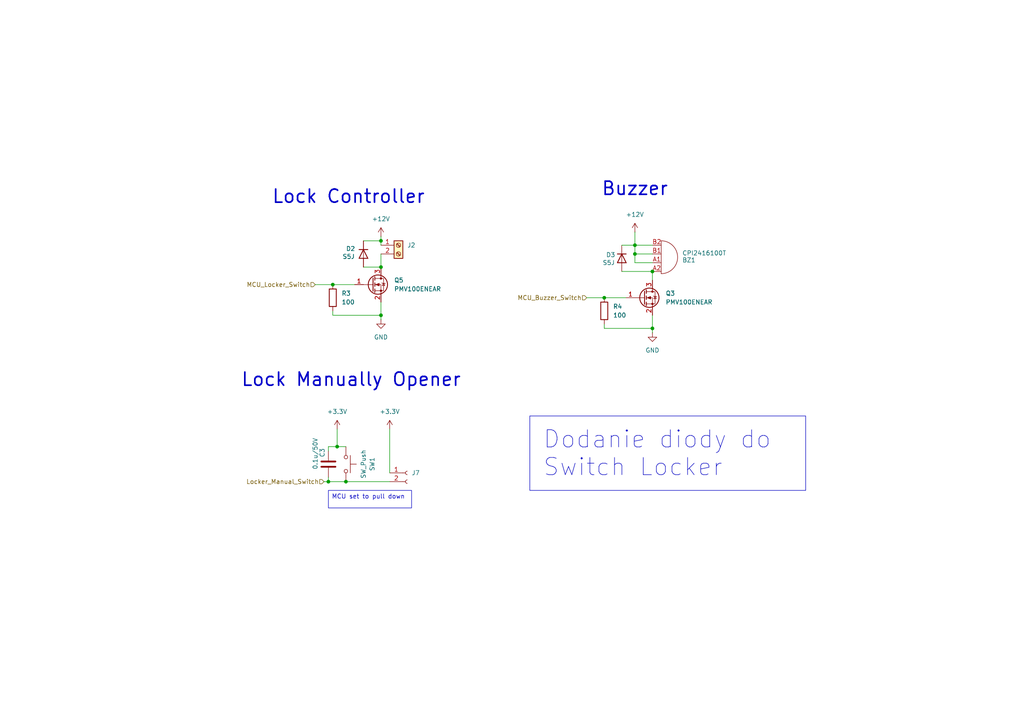
<source format=kicad_sch>
(kicad_sch (version 20231120) (generator "eeschema") (generator_version "8.0")
  (paper "A4")
  (lib_symbols
    (symbol "Connector:Conn_01x02_Socket" (pin_names (offset 1.016) hide)
      (property "Reference" "J" (at 0 2.54 0))
      (property "Value" "Conn_01x02_Socket" (at 0 -5.08 0))
      (symbol "Conn_01x02_Socket_1_1"
        (arc (start 0 -2.032) (mid -0.5058 -2.54) (end 0 -3.048) (stroke (width 0.1524)))
        (polyline (pts (xy -1.27 -2.54) (xy -0.508 -2.54)) (stroke (width 0.1524)))
        (polyline (pts (xy -1.27 0) (xy -0.508 0)) (stroke (width 0.1524)))
        (arc (start 0 0.508) (mid -0.5058 0) (end 0 -0.508) (stroke (width 0.1524)))
        (pin passive line (at -5.08 0 0) (length 3.81) (name "Pin_1") (number "1"))
        (pin passive line (at -5.08 -2.54 0) (length 3.81) (name "Pin_2") (number "2"))
      )
    )
    (symbol "Connector:Screw_Terminal_01x02" (pin_names (offset 1.016) hide)
      (property "Reference" "J" (at 0 2.54 0))
      (property "Value" "Screw_Terminal_01x02" (at 0 -5.08 0))
      (symbol "Screw_Terminal_01x02_1_1"
        (rectangle (start -1.27 1.27) (end 1.27 -3.81) (stroke (width 0.254)) (fill (type background)))
        (circle (center 0 -2.54) (radius 0.635) (stroke (width 0.1524)))
        (polyline (pts (xy -0.5334 -2.2098) (xy 0.3302 -3.048)) (stroke (width 0.1524)))
        (polyline (pts (xy -0.5334 0.3302) (xy 0.3302 -0.508)) (stroke (width 0.1524)))
        (polyline (pts (xy -0.3556 -2.032) (xy 0.508 -2.8702)) (stroke (width 0.1524)))
        (polyline (pts (xy -0.3556 0.508) (xy 0.508 -0.3302)) (stroke (width 0.1524)))
        (circle (center 0 0) (radius 0.635) (stroke (width 0.1524)))
        (pin passive line (at -5.08 0 0) (length 3.81) (name "Pin_1") (number "1"))
        (pin passive line (at -5.08 -2.54 0) (length 3.81) (name "Pin_2") (number "2"))
      )
    )
    (symbol "Device:Buzzer" (pin_names (offset 0.0254) hide)
      (property "Reference" "BZ1" (at 6.096 -0.762 0))
      (property "Value" "Buzzer" (at 6.096 -2.794 0))
      (symbol "Buzzer_0_1"
        (arc (start 0 -6.35) (mid 4.7625 -1.5875) (end 0 3.175))
        (polyline (pts (xy 0 3.175) (xy 0 -6.35)))
      )
      (symbol "Buzzer_1_0"
        (pin passive line (at -2.54 0 0) (length 2.54) (name "-_1") (number "A1"))
        (pin passive line (at -2.54 -2.54 0) (length 2.54) (name "+_1") (number "B1"))
      )
      (symbol "Buzzer_1_1"
        (pin passive line (at -2.54 2.54 0) (length 2.54) (name "-_2") (number "A2"))
        (pin passive line (at -2.54 -5.08 0) (length 2.54) (name "+_2") (number "B2"))
      )
    )
    (symbol "Device:C" (pin_numbers hide) (pin_names (offset 0.254))
      (property "Reference" "C" (at 0.635 2.54 0))
      (property "Value" "C" (at 0.635 -2.54 0))
      (symbol "C_0_1"
        (polyline (pts (xy -2.032 -0.762) (xy 2.032 -0.762)) (stroke (width 0.508)))
        (polyline (pts (xy -2.032 0.762) (xy 2.032 0.762)) (stroke (width 0.508)))
      )
      (symbol "C_1_1"
        (pin passive line (at 0 3.81 270) (length 2.794) (name "~") (number "1"))
        (pin passive line (at 0 -3.81 90) (length 2.794) (name "~") (number "2"))
      )
    )
    (symbol "Device:R" (pin_numbers hide) (pin_names (offset 0))
      (property "Reference" "R" (at 2.032 0 90))
      (property "Value" "R" (at 0 0 90))
      (symbol "R_0_1"
        (rectangle (start -1.016 -2.54) (end 1.016 2.54) (stroke (width 0.254)))
      )
      (symbol "R_1_1"
        (pin passive line (at 0 3.81 270) (length 1.27) (name "~") (number "1"))
        (pin passive line (at 0 -3.81 90) (length 1.27) (name "~") (number "2"))
      )
    )
    (symbol "Diode:STTH212S" (pin_numbers hide) (pin_names (offset 1.016) hide)
      (property "Reference" "D" (at 0 2.54 0))
      (property "Value" "STTH212S" (at 0 -2.54 0))
      (symbol "STTH212S_0_1"
        (polyline (pts (xy -1.27 1.27) (xy -1.27 -1.27)) (stroke (width 0.254)))
        (polyline (pts (xy 1.27 0) (xy -1.27 0)))
        (polyline (pts (xy 1.27 1.27) (xy 1.27 -1.27) (xy -1.27 0) (xy 1.27 1.27)) (stroke (width 0.254)))
      )
      (symbol "STTH212S_1_1"
        (pin passive line (at -3.81 0 0) (length 2.54) (name "K") (number "1"))
        (pin passive line (at 3.81 0 180) (length 2.54) (name "A") (number "2"))
      )
    )
    (symbol "GND_1" (power) (pin_numbers hide) (pin_names (offset 0) hide)
      (property "Value" "GND" (at 0 -3.81 0))
      (symbol "GND_1_0_1"
        (polyline (pts (xy 0 0) (xy 0 -1.27) (xy 1.27 -1.27) (xy 0 -2.54) (xy -1.27 -1.27) (xy 0 -1.27)))
      )
      (symbol "GND_1_1_1"
        (pin power_in line (at 0 0 270) (length 0) (name "~") (number "1"))
      )
    )
    (symbol "Switch:SW_Push" (pin_numbers hide) (pin_names (offset 1.016) hide)
      (property "Reference" "SW" (at 1.27 2.54 0))
      (property "Value" "SW_Push" (at 0 -1.524 0))
      (symbol "SW_Push_0_1"
        (circle (center -2.032 0) (radius 0.508))
        (polyline (pts (xy 0 1.27) (xy 0 3.048)))
        (polyline (pts (xy 2.54 1.27) (xy -2.54 1.27)))
        (circle (center 2.032 0) (radius 0.508))
        (pin passive line (at -5.08 0 0) (length 2.54) (name "1") (number "1"))
        (pin passive line (at 5.08 0 180) (length 2.54) (name "2") (number "2"))
      )
    )
    (symbol "Transistor_FET:2N7002" (pin_names hide)
      (property "Reference" "Q" (at 5.08 1.905 0))
      (property "Value" "2N7002" (at 5.08 0 0))
      (symbol "2N7002_0_1"
        (polyline (pts (xy 0.254 0) (xy -2.54 0)))
        (polyline (pts (xy 0.254 1.905) (xy 0.254 -1.905)) (stroke (width 0.254)))
        (polyline (pts (xy 0.762 -1.27) (xy 0.762 -2.286)) (stroke (width 0.254)))
        (polyline (pts (xy 0.762 0.508) (xy 0.762 -0.508)) (stroke (width 0.254)))
        (polyline (pts (xy 0.762 2.286) (xy 0.762 1.27)) (stroke (width 0.254)))
        (polyline (pts (xy 2.54 2.54) (xy 2.54 1.778)))
        (polyline (pts (xy 2.54 -2.54) (xy 2.54 0) (xy 0.762 0)))
        (polyline (pts (xy 0.762 -1.778) (xy 3.302 -1.778) (xy 3.302 1.778) (xy 0.762 1.778)))
        (polyline (pts (xy 1.016 0) (xy 2.032 0.381) (xy 2.032 -0.381) (xy 1.016 0)) (fill (type outline)))
        (polyline (pts (xy 2.794 0.508) (xy 2.921 0.381) (xy 3.683 0.381) (xy 3.81 0.254)))
        (polyline (pts (xy 3.302 0.381) (xy 2.921 -0.254) (xy 3.683 -0.254) (xy 3.302 0.381)))
        (circle (center 1.651 0) (radius 2.794) (stroke (width 0.254)))
        (circle (center 2.54 -1.778) (radius 0.254) (fill (type outline)))
        (circle (center 2.54 1.778) (radius 0.254) (fill (type outline)))
      )
      (symbol "2N7002_1_1"
        (pin input line (at -5.08 0 0) (length 2.54) (name "G") (number "1"))
        (pin passive line (at 2.54 -5.08 90) (length 2.54) (name "S") (number "2"))
        (pin passive line (at 2.54 5.08 270) (length 2.54) (name "D") (number "3"))
      )
    )
    (symbol "power:+12V" (power) (pin_numbers hide) (pin_names (offset 0) hide)
      (property "Value" "+12V" (at 0 3.556 0))
      (symbol "+12V_0_1"
        (polyline (pts (xy -0.762 1.27) (xy 0 2.54)))
        (polyline (pts (xy 0 0) (xy 0 2.54)))
        (polyline (pts (xy 0 2.54) (xy 0.762 1.27)))
      )
      (symbol "+12V_1_1"
        (pin power_in line (at 0 0 90) (length 0) (name "~") (number "1"))
      )
    )
    (symbol "power:+3.3V" (power) (pin_names (offset 0))
      (property "Value" "+3.3V" (at 0 3.556 0))
      (symbol "+3.3V_0_1"
        (polyline (pts (xy -0.762 1.27) (xy 0 2.54)))
        (polyline (pts (xy 0 0) (xy 0 2.54)))
        (polyline (pts (xy 0 2.54) (xy 0.762 1.27)))
      )
      (symbol "+3.3V_1_1"
        (pin power_in line (at 0 0 90) (length 0) hide (name "+3.3V") (number "1"))
      )
    )
  )
  (junction (at 97.79 129.54))
  (junction (at 189.23 95.25))
  (junction (at 110.49 69.85))
  (junction (at 175.26 86.36))
  (junction (at 110.49 91.44))
  (junction (at 184.15 73.66))
  (junction (at 184.15 71.12))
  (junction (at 110.49 77.47))
  (junction (at 100.33 139.7))
  (junction (at 95.25 139.7))
  (junction (at 189.23 78.74))
  (junction (at 96.52 82.55))
  (wire (pts (xy 184.15 76.2) (xy 184.15 73.66)))
  (wire (pts (xy 93.98 139.7) (xy 95.25 139.7)))
  (wire (pts (xy 189.23 78.74) (xy 189.23 81.28)))
  (wire (pts (xy 95.25 138.43) (xy 95.25 139.7)))
  (wire (pts (xy 97.79 129.54) (xy 95.25 129.54)))
  (wire (pts (xy 175.26 86.36) (xy 181.61 86.36)))
  (wire (pts (xy 100.33 129.54) (xy 97.79 129.54)))
  (wire (pts (xy 110.49 73.66) (xy 110.49 77.47)))
  (wire (pts (xy 110.49 87.63) (xy 110.49 91.44)))
  (wire (pts (xy 95.25 130.81) (xy 95.25 129.54)))
  (wire (pts (xy 96.52 82.55) (xy 102.87 82.55)))
  (wire (pts (xy 189.23 95.25) (xy 189.23 96.52)))
  (wire (pts (xy 100.33 139.7) (xy 113.03 139.7)))
  (wire (pts (xy 180.34 78.74) (xy 189.23 78.74)))
  (wire (pts (xy 189.23 76.2) (xy 184.15 76.2)))
  (wire (pts (xy 97.79 124.46) (xy 97.79 129.54)))
  (wire (pts (xy 105.41 77.47) (xy 110.49 77.47)))
  (wire (pts (xy 96.52 91.44) (xy 110.49 91.44)))
  (wire (pts (xy 184.15 71.12) (xy 189.23 71.12)))
  (wire (pts (xy 184.15 67.31) (xy 184.15 71.12)))
  (wire (pts (xy 175.26 95.25) (xy 189.23 95.25)))
  (wire (pts (xy 110.49 91.44) (xy 110.49 92.71)))
  (wire (pts (xy 96.52 90.17) (xy 96.52 91.44)))
  (wire (pts (xy 189.23 91.44) (xy 189.23 95.25)))
  (wire (pts (xy 184.15 73.66) (xy 184.15 71.12)))
  (wire (pts (xy 110.49 68.58) (xy 110.49 69.85)))
  (wire (pts (xy 180.34 71.12) (xy 184.15 71.12)))
  (wire (pts (xy 105.41 69.85) (xy 110.49 69.85)))
  (wire (pts (xy 91.44 82.55) (xy 96.52 82.55)))
  (wire (pts (xy 170.18 86.36) (xy 175.26 86.36)))
  (wire (pts (xy 110.49 69.85) (xy 110.49 71.12)))
  (wire (pts (xy 189.23 73.66) (xy 184.15 73.66)))
  (wire (pts (xy 100.33 139.7) (xy 95.25 139.7)))
  (wire (pts (xy 113.03 124.46) (xy 113.03 137.16)))
  (wire (pts (xy 175.26 93.98) (xy 175.26 95.25)))
  (text_box "Dodanie diody do Switch Locker" (at 153.67 120.65 0) (size 80.01 21.59) (effects (font (size 5 5)) (justify left top)))
  (text_box "MCU set to pull down\n" (at 95.25 142.24 0) (size 24.13 5.08) (effects (font (size 1.27 1.27)) (justify left top)))
  (text "Lock Manually Opener" (at 101.854 110.236 0) (effects (font (size 3.81 3.81) (thickness 0.4763))))
  (text "Lock Controller" (at 101.092 57.15 0) (effects (font (size 3.81 3.81) (thickness 0.4763))))
  (text "Buzzer" (at 184.15 54.864 0) (effects (font (size 3.81 3.81) (thickness 0.4763))))
  (hierarchical_label "MCU_Buzzer_Switch" (shape input) (at 170.18 86.36 180))
  (hierarchical_label "Locker_Manual_Switch" (shape input) (at 93.98 139.7 180))
  (hierarchical_label "MCU_Locker_Switch" (shape input) (at 91.44 82.55 180))
  (symbol (lib_id "Diode:STTH212S") (at 180.34 74.93 270) (unit 1)
    (property "Reference" "D3" (at 175.768 73.914 90) (effects (justify left)))
    (property "Value" "S5J" (at 174.752 76.2 90) (effects (justify left)))
    (property "Footprint" "Diode_SMD:D_SMC" (effects (hide yes)))
    (property "Datasheet" "https://www.st.com/resource/en/datasheet/stth212.pdf" (effects (hide yes)))
    (property "Description" "1200V 2A High Voltage Ultrafast Diode, SMC" (effects (hide yes)))
  )
  (symbol (lib_id "Connector:Screw_Terminal_01x02") (at 115.57 71.12 0) (unit 1)
    (property "Reference" "J2" (at 118.11 71.1199 0) (effects (justify left)))
    (property "Value" "Screw_Terminal_01x02" (effects (hide yes)))
    (property "Footprint" "TerminalBlock:TerminalBlock_Xinya_XY308-2.54-2P_1x02_P2.54mm_Horizontal" (effects (hide yes)))
    (property "Description" "Generic screw terminal, single row, 01x02, script generated (kicad-library-utils/schlib/autogen/connector/)" (effects (hide yes)))
  )
  (symbol (lib_name "GND_1") (lib_id "power:GND") (at 110.49 92.71 0) (unit 1)
    (property "Reference" "#PWR010" (effects (hide yes)))
    (property "Value" "GND" (at 110.49 97.79 0))
    (property "Description" "Power symbol creates a global label with name \"GND\" , ground" (effects (hide yes)))
  )
  (symbol (lib_id "Diode:STTH212S") (at 105.41 73.66 270) (unit 1)
    (property "Reference" "D2" (at 100.33 72.136 90) (effects (justify left)))
    (property "Value" "S5J" (at 99.314 74.422 90) (effects (justify left)))
    (property "Footprint" "Diode_SMD:D_SMC" (effects (hide yes)))
    (property "Datasheet" "https://www.st.com/resource/en/datasheet/stth212.pdf" (effects (hide yes)))
    (property "Description" "1200V 2A High Voltage Ultrafast Diode, SMC" (effects (hide yes)))
  )
  (symbol (lib_id "power:+12V") (at 110.49 68.58 0) (unit 1)
    (property "Reference" "#PWR09" (effects (hide yes)))
    (property "Value" "+12V" (at 110.49 63.5 0))
    (property "Description" "Power symbol creates a global label with name \"+12V\"" (effects (hide yes)))
  )
  (symbol (lib_id "Transistor_FET:2N7002") (at 107.95 82.55 0) (unit 1)
    (property "Reference" "Q5" (at 114.3 81.2799 0) (effects (justify left)))
    (property "Value" "PMV100ENEAR" (at 114.3 83.8199 0) (effects (justify left)))
    (property "Footprint" "Package_TO_SOT_SMD:SOT-23" (effects (hide yes)))
    (property "Datasheet" "https://www.onsemi.com/pub/Collateral/NDS7002A-D.PDF" (effects (hide yes)))
    (property "Description" "0.115A Id, 60V Vds, N-Channel MOSFET, SOT-23" (effects (hide yes)))
  )
  (symbol (lib_id "Connector:Conn_01x02_Socket") (at 118.11 137.16 0) (unit 1)
    (property "Reference" "J7" (at 119.38 137.1599 0) (effects (justify left)))
    (property "Value" "Conn_01x02_Socket" (effects (hide yes)))
    (property "Footprint" "Connector_PinHeader_2.54mm:PinHeader_1x02_P2.54mm_Vertical" (effects (hide yes)))
    (property "Description" "Generic connector, single row, 01x02, script generated" (effects (hide yes)))
  )
  (symbol (lib_id "power:+3.3V") (at 113.03 124.46 0) (unit 1)
    (property "Reference" "#PWR012" (effects (hide yes)))
    (property "Value" "+3.3V" (at 113.03 119.38 0))
  )
  (symbol (lib_id "Device:R") (at 96.52 86.36 0) (unit 1)
    (property "Reference" "R3" (at 99.06 85.0899 0) (effects (justify left)))
    (property "Value" "100" (at 99.06 87.6299 0) (effects (justify left)))
    (property "Footprint" "Resistor_SMD:R_0805_2012Metric_Pad1.20x1.40mm_HandSolder" (effects (hide yes)))
    (property "Description" "Resistor" (effects (hide yes)))
  )
  (symbol (lib_id "power:+12V") (at 184.15 67.31 0) (unit 1)
    (property "Reference" "#PWR013" (effects (hide yes)))
    (property "Value" "+12V" (at 184.15 62.23 0))
    (property "Description" "Power symbol creates a global label with name \"+12V\"" (effects (hide yes)))
  )
  (symbol (lib_name "GND_1") (lib_id "power:GND") (at 189.23 96.52 0) (unit 1)
    (property "Reference" "#PWR015" (effects (hide yes)))
    (property "Value" "GND" (at 189.23 101.6 0))
    (property "Description" "Power symbol creates a global label with name \"GND\" , ground" (effects (hide yes)))
  )
  (symbol (lib_id "power:+3.3V") (at 97.79 124.46 0) (unit 1)
    (property "Reference" "#PWR011" (effects (hide yes)))
    (property "Value" "+3.3V" (at 97.79 119.38 0))
  )
  (symbol (lib_id "Device:R") (at 175.26 90.17 0) (unit 1)
    (property "Reference" "R4" (at 177.8 88.8999 0) (effects (justify left)))
    (property "Value" "100" (at 177.8 91.4399 0) (effects (justify left)))
    (property "Footprint" "Resistor_SMD:R_0805_2012Metric_Pad1.20x1.40mm_HandSolder" (effects (hide yes)))
    (property "Description" "Resistor" (effects (hide yes)))
  )
  (symbol (lib_id "Device:Buzzer") (at 191.77 76.2 0) (mirror x) (unit 1)
    (property "Reference" "BZ1" (at 197.866 75.438 0) (effects (justify left)))
    (property "Value" "CPI2416100T" (at 197.866 73.406 0) (effects (justify left)))
    (property "Footprint" "ourFootprints:CPI2416100T" (effects (hide yes)))
    (property "Description" "Buzzer, polarized" (effects (hide yes)))
  )
  (symbol (lib_id "Switch:SW_Push") (at 100.33 134.62 270) (unit 1)
    (property "Reference" "SW1" (at 107.95 134.62 0))
    (property "Value" "SW_Push" (at 105.41 134.62 0))
    (property "Footprint" "Button_Switch_SMD:SW_Tactile_SPST_NO_Straight_CK_PTS636Sx25SMTRLFS" (effects (hide yes)))
    (property "Description" "Push button switch, generic, two pins" (effects (hide yes)))
  )
  (symbol (lib_id "Device:C") (at 95.25 134.62 0) (unit 1)
    (property "Reference" "C3" (at 93.472 131.318 90))
    (property "Value" "0.1u/50V" (at 91.44 131.572 90))
    (property "Footprint" "Capacitor_SMD:C_0603_1608Metric" (effects (hide yes)))
    (property "Description" "Unpolarized capacitor" (effects (hide yes)))
  )
  (symbol (lib_id "Transistor_FET:2N7002") (at 186.69 86.36 0) (unit 1)
    (property "Reference" "Q3" (at 193.04 85.0899 0) (effects (justify left)))
    (property "Value" "PMV100ENEAR" (at 193.04 87.6299 0) (effects (justify left)))
    (property "Footprint" "Package_TO_SOT_SMD:SOT-23" (effects (hide yes)))
    (property "Datasheet" "https://www.onsemi.com/pub/Collateral/NDS7002A-D.PDF" (effects (hide yes)))
    (property "Description" "0.115A Id, 60V Vds, N-Channel MOSFET, SOT-23" (effects (hide yes)))
  )
)
</source>
